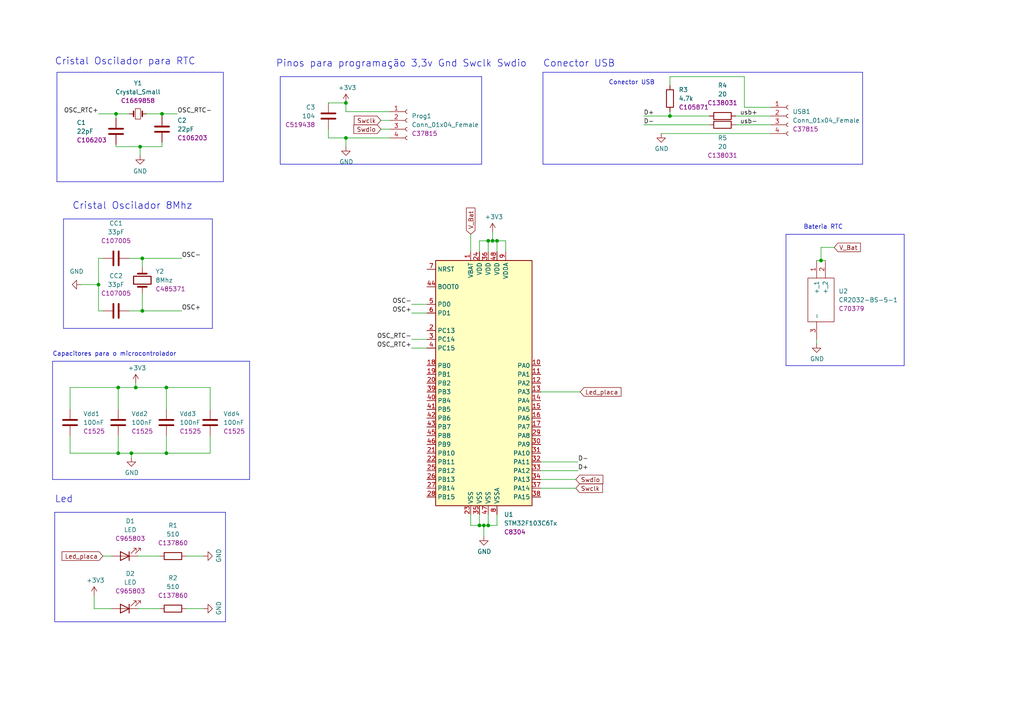
<source format=kicad_sch>
(kicad_sch (version 20230121) (generator eeschema)
  (paper "A4")
  (title_block (title "STM32 crystal ") (date "2023-11-09") (comment 1 "Kariston Franzin"))
  (lib_symbols
    (symbol "CR2032-BS-5-1:CR2032-BS-5-1" (pin_names (offset 0.762))
      (property "Reference" "U" (at 19.05 7.62 0))
      (property "Value" "CR2032-BS-5-1" (at 19.05 5.08 0))
      (symbol "CR2032-BS-5-1_0_0"
        (pin passive line (at 22.86 0 180) (length 5.08) (name "+_1") (number "1"))
        (pin passive line (at 22.86 -2.54 180) (length 5.08) (name "+_2") (number "2"))
        (pin passive line (at 0 0 0) (length 5.08) (name "-") (number "3"))
      )
      (symbol "CR2032-BS-5-1_0_1"
        (polyline (pts (xy 5.08 2.54) (xy 17.78 2.54) (xy 17.78 -5.08) (xy 5.08 -5.08) (xy 5.08 2.54)) (stroke (width 0.1524)))
      )
    )
    (symbol "Conn_01x04_Female_1" (pin_names (offset 1.016) hide)
      (property "Reference" "J" (at 0 5.08 0))
      (property "Value" "Conn_01x04_Female_1" (at 0 -7.62 0))
      (symbol "Conn_01x04_Female_1_1_1"
        (arc (start 0 -4.572) (mid -0.5058 -5.08) (end 0 -5.588) (stroke (width 0.1524)))
        (arc (start 0 -2.032) (mid -0.5058 -2.54) (end 0 -3.048) (stroke (width 0.1524)))
        (polyline (pts (xy -1.27 -5.08) (xy -0.508 -5.08)) (stroke (width 0.1524)))
        (polyline (pts (xy -1.27 -2.54) (xy -0.508 -2.54)) (stroke (width 0.1524)))
        (polyline (pts (xy -1.27 0) (xy -0.508 0)) (stroke (width 0.1524)))
        (polyline (pts (xy -1.27 2.54) (xy -0.508 2.54)) (stroke (width 0.1524)))
        (arc (start 0 0.508) (mid -0.5058 0) (end 0 -0.508) (stroke (width 0.1524)))
        (arc (start 0 3.048) (mid -0.5058 2.54) (end 0 2.032) (stroke (width 0.1524)))
        (pin passive line (at -5.08 2.54 0) (length 3.81) (name "Pin_1") (number "1"))
        (pin passive line (at -5.08 0 0) (length 3.81) (name "Pin_2") (number "2"))
        (pin passive line (at -5.08 -2.54 0) (length 3.81) (name "Pin_3") (number "3"))
        (pin passive line (at -5.08 -5.08 0) (length 3.81) (name "Pin_4") (number "4"))
      )
    )
    (symbol "Connector:Conn_01x04_Female" (pin_names (offset 1.016) hide)
      (property "Reference" "J" (at 0 5.08 0))
      (property "Value" "Conn_01x04_Female" (at 0 -7.62 0))
      (symbol "Conn_01x04_Female_1_1"
        (arc (start 0 -4.572) (mid -0.5058 -5.08) (end 0 -5.588) (stroke (width 0.1524)))
        (arc (start 0 -2.032) (mid -0.5058 -2.54) (end 0 -3.048) (stroke (width 0.1524)))
        (polyline (pts (xy -1.27 -5.08) (xy -0.508 -5.08)) (stroke (width 0.1524)))
        (polyline (pts (xy -1.27 -2.54) (xy -0.508 -2.54)) (stroke (width 0.1524)))
        (polyline (pts (xy -1.27 0) (xy -0.508 0)) (stroke (width 0.1524)))
        (polyline (pts (xy -1.27 2.54) (xy -0.508 2.54)) (stroke (width 0.1524)))
        (arc (start 0 0.508) (mid -0.5058 0) (end 0 -0.508) (stroke (width 0.1524)))
        (arc (start 0 3.048) (mid -0.5058 2.54) (end 0 2.032) (stroke (width 0.1524)))
        (pin passive line (at -5.08 2.54 0) (length 3.81) (name "Pin_1") (number "1"))
        (pin passive line (at -5.08 0 0) (length 3.81) (name "Pin_2") (number "2"))
        (pin passive line (at -5.08 -2.54 0) (length 3.81) (name "Pin_3") (number "3"))
        (pin passive line (at -5.08 -5.08 0) (length 3.81) (name "Pin_4") (number "4"))
      )
    )
    (symbol "Device:C" (pin_numbers hide) (pin_names (offset 0.254))
      (property "Reference" "C" (at 0.635 2.54 0))
      (property "Value" "C" (at 0.635 -2.54 0))
      (symbol "C_0_1"
        (polyline (pts (xy -2.032 -0.762) (xy 2.032 -0.762)) (stroke (width 0.508)))
        (polyline (pts (xy -2.032 0.762) (xy 2.032 0.762)) (stroke (width 0.508)))
      )
      (symbol "C_1_1"
        (pin passive line (at 0 3.81 270) (length 2.794) (name "~") (number "1"))
        (pin passive line (at 0 -3.81 90) (length 2.794) (name "~") (number "2"))
      )
    )
    (symbol "Device:Crystal" (pin_numbers hide) (pin_names (offset 1.016) hide)
      (property "Reference" "Y" (at 0 3.81 0))
      (property "Value" "Crystal" (at 0 -3.81 0))
      (symbol "Crystal_0_1"
        (rectangle (start -1.143 2.54) (end 1.143 -2.54) (stroke (width 0.3048)))
        (polyline (pts (xy -2.54 0) (xy -1.905 0)))
        (polyline (pts (xy -1.905 -1.27) (xy -1.905 1.27)) (stroke (width 0.508)))
        (polyline (pts (xy 1.905 -1.27) (xy 1.905 1.27)) (stroke (width 0.508)))
        (polyline (pts (xy 2.54 0) (xy 1.905 0)))
      )
      (symbol "Crystal_1_1"
        (pin passive line (at -3.81 0 0) (length 1.27) (name "1") (number "1"))
        (pin passive line (at 3.81 0 180) (length 1.27) (name "2") (number "2"))
      )
    )
    (symbol "Device:Crystal_Small" (pin_numbers hide) (pin_names (offset 1.016) hide)
      (property "Reference" "Y" (at 0 2.54 0))
      (property "Value" "Crystal_Small" (at 0 -2.54 0))
      (symbol "Crystal_Small_0_1"
        (rectangle (start -0.762 -1.524) (end 0.762 1.524))
        (polyline (pts (xy -1.27 -0.762) (xy -1.27 0.762)) (stroke (width 0.381)))
        (polyline (pts (xy 1.27 -0.762) (xy 1.27 0.762)) (stroke (width 0.381)))
      )
      (symbol "Crystal_Small_1_1"
        (pin passive line (at -2.54 0 0) (length 1.27) (name "1") (number "1"))
        (pin passive line (at 2.54 0 180) (length 1.27) (name "2") (number "2"))
      )
    )
    (symbol "Device:LED" (pin_numbers hide) (pin_names (offset 1.016) hide)
      (property "Reference" "D" (at 0 2.54 0))
      (property "Value" "LED" (at 0 -2.54 0))
      (symbol "LED_0_1"
        (polyline (pts (xy -1.27 -1.27) (xy -1.27 1.27)) (stroke (width 0.254)))
        (polyline (pts (xy -1.27 0) (xy 1.27 0)))
        (polyline (pts (xy 1.27 -1.27) (xy 1.27 1.27) (xy -1.27 0) (xy 1.27 -1.27)) (stroke (width 0.254)))
        (polyline (pts (xy -3.048 -0.762) (xy -4.572 -2.286) (xy -3.81 -2.286) (xy -4.572 -2.286) (xy -4.572 -1.524)))
        (polyline (pts (xy -1.778 -0.762) (xy -3.302 -2.286) (xy -2.54 -2.286) (xy -3.302 -2.286) (xy -3.302 -1.524)))
      )
      (symbol "LED_1_1"
        (pin passive line (at -3.81 0 0) (length 2.54) (name "K") (number "1"))
        (pin passive line (at 3.81 0 180) (length 2.54) (name "A") (number "2"))
      )
    )
    (symbol "Device:R" (pin_numbers hide) (pin_names (offset 0))
      (property "Reference" "R" (at 2.032 0 90))
      (property "Value" "R" (at 0 0 90))
      (symbol "R_0_1"
        (rectangle (start -1.016 -2.54) (end 1.016 2.54) (stroke (width 0.254)))
      )
      (symbol "R_1_1"
        (pin passive line (at 0 3.81 270) (length 1.27) (name "~") (number "1"))
        (pin passive line (at 0 -3.81 90) (length 1.27) (name "~") (number "2"))
      )
    )
    (symbol "MCU_ST_STM32F1:STM32F103C6Tx"
      (property "Reference" "U" (at -15.24 36.83 0))
      (property "Value" "STM32F103C6Tx" (at 7.62 36.83 0))
      (symbol "STM32F103C6Tx_0_1"
        (rectangle (start -15.24 -35.56) (end 12.7 35.56) (stroke (width 0.254)) (fill (type background)))
      )
      (symbol "STM32F103C6Tx_1_1"
        (pin power_in line (at -5.08 38.1 270) (length 2.54) (name "VBAT") (number "1"))
        (pin bidirectional line (at 15.24 5.08 180) (length 2.54) (name "PA0") (number "10"))
        (pin bidirectional line (at 15.24 2.54 180) (length 2.54) (name "PA1") (number "11"))
        (pin bidirectional line (at 15.24 0 180) (length 2.54) (name "PA2") (number "12"))
        (pin bidirectional line (at 15.24 -2.54 180) (length 2.54) (name "PA3") (number "13"))
        (pin bidirectional line (at 15.24 -5.08 180) (length 2.54) (name "PA4") (number "14"))
        (pin bidirectional line (at 15.24 -7.62 180) (length 2.54) (name "PA5") (number "15"))
        (pin bidirectional line (at 15.24 -10.16 180) (length 2.54) (name "PA6") (number "16"))
        (pin bidirectional line (at 15.24 -12.7 180) (length 2.54) (name "PA7") (number "17"))
        (pin bidirectional line (at -17.78 5.08 0) (length 2.54) (name "PB0") (number "18"))
        (pin bidirectional line (at -17.78 2.54 0) (length 2.54) (name "PB1") (number "19"))
        (pin bidirectional line (at -17.78 15.24 0) (length 2.54) (name "PC13") (number "2"))
        (pin bidirectional line (at -17.78 0 0) (length 2.54) (name "PB2") (number "20"))
        (pin bidirectional line (at -17.78 -20.32 0) (length 2.54) (name "PB10") (number "21"))
        (pin bidirectional line (at -17.78 -22.86 0) (length 2.54) (name "PB11") (number "22"))
        (pin power_in line (at -5.08 -38.1 90) (length 2.54) (name "VSS") (number "23"))
        (pin power_in line (at -2.54 38.1 270) (length 2.54) (name "VDD") (number "24"))
        (pin bidirectional line (at -17.78 -25.4 0) (length 2.54) (name "PB12") (number "25"))
        (pin bidirectional line (at -17.78 -27.94 0) (length 2.54) (name "PB13") (number "26"))
        (pin bidirectional line (at -17.78 -30.48 0) (length 2.54) (name "PB14") (number "27"))
        (pin bidirectional line (at -17.78 -33.02 0) (length 2.54) (name "PB15") (number "28"))
        (pin bidirectional line (at 15.24 -15.24 180) (length 2.54) (name "PA8") (number "29"))
        (pin bidirectional line (at -17.78 12.7 0) (length 2.54) (name "PC14") (number "3"))
        (pin bidirectional line (at 15.24 -17.78 180) (length 2.54) (name "PA9") (number "30"))
        (pin bidirectional line (at 15.24 -20.32 180) (length 2.54) (name "PA10") (number "31"))
        (pin bidirectional line (at 15.24 -22.86 180) (length 2.54) (name "PA11") (number "32"))
        (pin bidirectional line (at 15.24 -25.4 180) (length 2.54) (name "PA12") (number "33"))
        (pin bidirectional line (at 15.24 -27.94 180) (length 2.54) (name "PA13") (number "34"))
        (pin power_in line (at -2.54 -38.1 90) (length 2.54) (name "VSS") (number "35"))
        (pin power_in line (at 0 38.1 270) (length 2.54) (name "VDD") (number "36"))
        (pin bidirectional line (at 15.24 -30.48 180) (length 2.54) (name "PA14") (number "37"))
        (pin bidirectional line (at 15.24 -33.02 180) (length 2.54) (name "PA15") (number "38"))
        (pin bidirectional line (at -17.78 -2.54 0) (length 2.54) (name "PB3") (number "39"))
        (pin bidirectional line (at -17.78 10.16 0) (length 2.54) (name "PC15") (number "4"))
        (pin bidirectional line (at -17.78 -5.08 0) (length 2.54) (name "PB4") (number "40"))
        (pin bidirectional line (at -17.78 -7.62 0) (length 2.54) (name "PB5") (number "41"))
        (pin bidirectional line (at -17.78 -10.16 0) (length 2.54) (name "PB6") (number "42"))
        (pin bidirectional line (at -17.78 -12.7 0) (length 2.54) (name "PB7") (number "43"))
        (pin input line (at -17.78 27.94 0) (length 2.54) (name "BOOT0") (number "44"))
        (pin bidirectional line (at -17.78 -15.24 0) (length 2.54) (name "PB8") (number "45"))
        (pin bidirectional line (at -17.78 -17.78 0) (length 2.54) (name "PB9") (number "46"))
        (pin power_in line (at 0 -38.1 90) (length 2.54) (name "VSS") (number "47"))
        (pin power_in line (at 2.54 38.1 270) (length 2.54) (name "VDD") (number "48"))
        (pin input line (at -17.78 22.86 0) (length 2.54) (name "PD0") (number "5"))
        (pin input line (at -17.78 20.32 0) (length 2.54) (name "PD1") (number "6"))
        (pin input line (at -17.78 33.02 0) (length 2.54) (name "NRST") (number "7"))
        (pin power_in line (at 2.54 -38.1 90) (length 2.54) (name "VSSA") (number "8"))
        (pin power_in line (at 5.08 38.1 270) (length 2.54) (name "VDDA") (number "9"))
      )
    )
    (symbol "power:+3.3V" (power) (pin_names (offset 0))
      (property "Value" "+3.3V" (at 0 3.556 0))
      (symbol "+3.3V_0_1"
        (polyline (pts (xy -0.762 1.27) (xy 0 2.54)))
        (polyline (pts (xy 0 0) (xy 0 2.54)))
        (polyline (pts (xy 0 2.54) (xy 0.762 1.27)))
      )
      (symbol "+3.3V_1_1"
        (pin power_in line (at 0 0 90) (length 0) hide (name "+3V3") (number "1"))
      )
    )
    (symbol "power:GND" (power) (pin_names (offset 0))
      (property "Value" "GND" (at 0 -3.81 0))
      (symbol "GND_0_1"
        (polyline (pts (xy 0 0) (xy 0 -1.27) (xy 1.27 -1.27) (xy 0 -2.54) (xy -1.27 -1.27) (xy 0 -1.27)))
      )
      (symbol "GND_1_1"
        (pin power_in line (at 0 0 270) (length 0) hide (name "GND") (number "1"))
      )
    )
  )
  (junction (at 34.29 112.395))
  (junction (at 139.065 152.4))
  (junction (at 100.33 40.005))
  (junction (at 48.26 131.445))
  (junction (at 34.29 131.445))
  (junction (at 40.64 42.545))
  (junction (at 38.1 131.445))
  (junction (at 48.26 112.395))
  (junction (at 238.125 75.565))
  (junction (at 194.31 33.655))
  (junction (at 41.275 90.17))
  (junction (at 33.655 33.02))
  (junction (at 141.605 69.85))
  (junction (at 144.145 69.85))
  (junction (at 28.575 82.55))
  (junction (at 140.335 152.4))
  (junction (at 100.33 29.845))
  (junction (at 39.37 112.395))
  (junction (at 46.99 33.02))
  (junction (at 142.875 69.85))
  (junction (at 41.275 74.93))
  (junction (at 141.605 152.4))
  (wire (pts (xy 46.99 33.02) (xy 46.99 33.655)))
  (wire (pts (xy 34.29 112.395) (xy 34.29 118.745)))
  (wire (pts (xy 141.605 69.85) (xy 141.605 73.025)))
  (wire (pts (xy 29.845 74.93) (xy 28.575 74.93)))
  (wire (pts (xy 48.26 112.395) (xy 60.96 112.395)))
  (wire (pts (xy 140.335 152.4) (xy 140.335 155.575)))
  (wire (pts (xy 194.31 22.225) (xy 215.9 22.225)))
  (wire (pts (xy 215.9 22.225) (xy 215.9 31.115)))
  (polyline (pts (xy 15.24 104.775) (xy 15.24 139.065)))
  (polyline (pts (xy 15.24 104.775) (xy 72.39 104.775)))
  (wire (pts (xy 41.275 90.17) (xy 52.705 90.17)))
  (wire (pts (xy 167.64 133.985) (xy 156.845 133.985)))
  (wire (pts (xy 48.26 112.395) (xy 48.26 118.745)))
  (wire (pts (xy 136.525 152.4) (xy 139.065 152.4)))
  (wire (pts (xy 241.935 71.755) (xy 238.125 71.755)))
  (wire (pts (xy 215.9 31.115) (xy 223.52 31.115)))
  (wire (pts (xy 40.64 42.545) (xy 46.99 42.545)))
  (wire (pts (xy 139.065 149.225) (xy 139.065 152.4)))
  (wire (pts (xy 40.005 161.29) (xy 46.355 161.29)))
  (polyline (pts (xy 157.48 20.955) (xy 250.19 20.955)))
  (wire (pts (xy 236.855 98.425) (xy 236.855 99.695)))
  (wire (pts (xy 60.96 112.395) (xy 60.96 118.745)))
  (wire (pts (xy 20.32 131.445) (xy 34.29 131.445)))
  (wire (pts (xy 40.64 42.545) (xy 40.64 45.085)))
  (wire (pts (xy 41.275 85.09) (xy 41.275 90.17)))
  (wire (pts (xy 139.065 73.025) (xy 139.065 69.85)))
  (polyline (pts (xy 250.19 47.625) (xy 250.19 20.955)))
  (polyline (pts (xy 227.965 67.945) (xy 227.965 106.045)))
  (wire (pts (xy 100.33 32.385) (xy 113.03 32.385)))
  (wire (pts (xy 41.275 77.47) (xy 41.275 74.93)))
  (wire (pts (xy 142.875 69.85) (xy 144.145 69.85)))
  (wire (pts (xy 191.77 38.735) (xy 223.52 38.735)))
  (wire (pts (xy 27.305 176.53) (xy 32.385 176.53)))
  (wire (pts (xy 33.655 33.02) (xy 28.575 33.02)))
  (wire (pts (xy 34.29 131.445) (xy 38.1 131.445)))
  (wire (pts (xy 46.99 42.545) (xy 46.99 41.275)))
  (polyline (pts (xy 15.875 148.59) (xy 15.875 180.34)))
  (wire (pts (xy 139.065 69.85) (xy 141.605 69.85)))
  (polyline (pts (xy 18.415 63.5) (xy 18.415 95.25)))
  (wire (pts (xy 37.465 74.93) (xy 41.275 74.93)))
  (wire (pts (xy 33.655 34.29) (xy 33.655 33.02)))
  (wire (pts (xy 238.125 71.755) (xy 238.125 75.565)))
  (wire (pts (xy 141.605 69.85) (xy 142.875 69.85)))
  (wire (pts (xy 95.25 29.845) (xy 100.33 29.845)))
  (polyline (pts (xy 16.51 20.955) (xy 64.77 20.955)))
  (wire (pts (xy 27.305 172.72) (xy 27.305 176.53)))
  (wire (pts (xy 156.845 139.065) (xy 167.005 139.065)))
  (wire (pts (xy 20.32 118.745) (xy 20.32 112.395)))
  (polyline (pts (xy 81.28 22.225) (xy 139.7 22.225)))
  (wire (pts (xy 194.31 33.655) (xy 205.74 33.655)))
  (wire (pts (xy 20.32 126.365) (xy 20.32 131.445)))
  (polyline (pts (xy 15.24 139.065) (xy 72.39 139.065)))
  (wire (pts (xy 60.96 131.445) (xy 60.96 126.365)))
  (wire (pts (xy 119.38 90.805) (xy 123.825 90.805)))
  (wire (pts (xy 34.29 112.395) (xy 39.37 112.395)))
  (polyline (pts (xy 16.51 52.705) (xy 64.77 52.705)))
  (wire (pts (xy 167.64 136.525) (xy 156.845 136.525)))
  (polyline (pts (xy 15.875 148.59) (xy 65.405 148.59)))
  (wire (pts (xy 38.1 131.445) (xy 48.26 131.445)))
  (wire (pts (xy 37.465 90.17) (xy 41.275 90.17)))
  (wire (pts (xy 59.055 176.53) (xy 53.975 176.53)))
  (wire (pts (xy 100.33 32.385) (xy 100.33 29.845)))
  (wire (pts (xy 48.26 126.365) (xy 48.26 131.445)))
  (wire (pts (xy 141.605 149.225) (xy 141.605 152.4)))
  (wire (pts (xy 194.31 24.765) (xy 194.31 22.225)))
  (polyline (pts (xy 157.48 20.955) (xy 157.48 47.625)))
  (wire (pts (xy 33.655 33.02) (xy 37.465 33.02)))
  (wire (pts (xy 146.685 69.85) (xy 146.685 73.025)))
  (wire (pts (xy 59.055 161.29) (xy 53.975 161.29)))
  (polyline (pts (xy 61.595 95.25) (xy 61.595 63.5)))
  (wire (pts (xy 156.845 141.605) (xy 167.005 141.605)))
  (wire (pts (xy 144.145 152.4) (xy 144.145 149.225)))
  (wire (pts (xy 139.065 152.4) (xy 140.335 152.4)))
  (polyline (pts (xy 157.48 47.625) (xy 250.19 47.625)))
  (wire (pts (xy 144.145 69.85) (xy 144.145 73.025)))
  (polyline (pts (xy 139.7 47.625) (xy 139.7 22.225)))
  (wire (pts (xy 119.38 88.265) (xy 123.825 88.265)))
  (polyline (pts (xy 262.255 106.045) (xy 262.255 67.945)))
  (wire (pts (xy 48.26 131.445) (xy 60.96 131.445)))
  (wire (pts (xy 46.99 33.02) (xy 51.435 33.02)))
  (wire (pts (xy 29.845 161.29) (xy 32.385 161.29)))
  (wire (pts (xy 95.25 40.005) (xy 95.25 37.465)))
  (wire (pts (xy 39.37 111.125) (xy 39.37 112.395)))
  (wire (pts (xy 100.33 42.545) (xy 100.33 40.005)))
  (wire (pts (xy 213.36 36.195) (xy 223.52 36.195)))
  (polyline (pts (xy 18.415 63.5) (xy 61.595 63.5)))
  (wire (pts (xy 20.32 112.395) (xy 34.29 112.395)))
  (wire (pts (xy 238.125 75.565) (xy 236.855 75.565)))
  (wire (pts (xy 186.69 33.655) (xy 194.31 33.655)))
  (wire (pts (xy 38.1 131.445) (xy 38.1 132.715)))
  (wire (pts (xy 238.125 75.565) (xy 239.395 75.565)))
  (wire (pts (xy 141.605 152.4) (xy 144.145 152.4)))
  (wire (pts (xy 42.545 33.02) (xy 46.99 33.02)))
  (wire (pts (xy 39.37 112.395) (xy 48.26 112.395)))
  (wire (pts (xy 28.575 74.93) (xy 28.575 82.55)))
  (polyline (pts (xy 227.965 67.945) (xy 262.255 67.945)))
  (wire (pts (xy 168.275 113.665) (xy 156.845 113.665)))
  (polyline (pts (xy 64.77 52.705) (xy 64.77 20.955)))
  (wire (pts (xy 28.575 90.17) (xy 29.845 90.17)))
  (wire (pts (xy 119.38 98.425) (xy 123.825 98.425)))
  (wire (pts (xy 213.36 33.655) (xy 223.52 33.655)))
  (wire (pts (xy 140.335 152.4) (xy 141.605 152.4)))
  (wire (pts (xy 23.495 82.55) (xy 28.575 82.55)))
  (wire (pts (xy 100.33 40.005) (xy 113.03 40.005)))
  (wire (pts (xy 136.525 67.945) (xy 136.525 73.025)))
  (polyline (pts (xy 81.28 22.225) (xy 81.28 47.625)))
  (wire (pts (xy 186.69 36.195) (xy 205.74 36.195)))
  (polyline (pts (xy 18.415 95.25) (xy 61.595 95.25)))
  (polyline (pts (xy 65.405 180.34) (xy 65.405 148.59)))
  (wire (pts (xy 28.575 82.55) (xy 28.575 90.17)))
  (wire (pts (xy 33.655 41.91) (xy 33.655 42.545)))
  (wire (pts (xy 40.005 176.53) (xy 46.355 176.53)))
  (wire (pts (xy 34.29 126.365) (xy 34.29 131.445)))
  (polyline (pts (xy 15.875 180.34) (xy 65.405 180.34)))
  (wire (pts (xy 95.25 40.005) (xy 100.33 40.005)))
  (wire (pts (xy 194.31 32.385) (xy 194.31 33.655)))
  (wire (pts (xy 41.275 74.93) (xy 52.705 74.93)))
  (wire (pts (xy 136.525 149.225) (xy 136.525 152.4)))
  (polyline (pts (xy 227.965 106.045) (xy 262.255 106.045)))
  (polyline (pts (xy 16.51 20.955) (xy 16.51 52.705)))
  (polyline (pts (xy 81.28 47.625) (xy 139.7 47.625)))
  (wire (pts (xy 110.49 34.925) (xy 113.03 34.925)))
  (wire (pts (xy 110.49 37.465) (xy 113.03 37.465)))
  (wire (pts (xy 33.655 42.545) (xy 40.64 42.545)))
  (wire (pts (xy 144.145 69.85) (xy 146.685 69.85)))
  (polyline (pts (xy 72.39 139.065) (xy 72.39 104.775)))
  (wire (pts (xy 119.38 100.965) (xy 123.825 100.965)))
  (wire (pts (xy 142.875 67.31) (xy 142.875 69.85)))
  (text "Led" (at 15.875 146.05 0) (effects (font (size 2.0066 2.0066)) (justify left bottom)))
  (text "Pinos para programação 3,3v Gnd Swclk Swdio" (at 80.01 19.685 0) (effects (font (size 2.0066 2.0066)) (justify left bottom)))
  (text "Conector USB\n" (at 157.48 19.685 0) (effects (font (size 2 2)) (justify left bottom)))
  (text "Cristal Oscilador 8Mhz" (at 20.955 60.96 0) (effects (font (size 2.0066 2.0066)) (justify left bottom)))
  (text "Capacitores para o microcontrolador" (at 15.24 103.505 0) (effects (font (size 1.27 1.27)) (justify left bottom)))
  (text "Cristal Oscilador para RTC" (at 15.875 19.05 0) (effects (font (size 2 2)) (justify left bottom)))
  (text "Conector USB" (at 176.53 24.765 0) (effects (font (size 1.27 1.27)) (justify left bottom)))
  (text "Bateria RTC\n" (at 233.045 66.675 0) (effects (font (size 1.27 1.27)) (justify left bottom)))
  (label "OSC+" (at 52.705 90.17 0))
  (label "OSC_RTC-" (at 51.435 33.02 0))
  (label "usb+" (at 214.63 33.655 0))
  (label "OSC_RTC-" (at 119.38 98.425 180))
  (label "OSC_RTC+" (at 28.575 33.02 180))
  (label "OSC+" (at 119.38 90.805 180))
  (label "OSC_RTC+" (at 119.38 100.965 180))
  (label "D+" (at 186.69 33.655 0))
  (label "D+" (at 167.64 136.525 0))
  (label "OSC-" (at 119.38 88.265 180))
  (label "OSC-" (at 52.705 74.93 0))
  (label "D-" (at 167.64 133.985 0))
  (label "D-" (at 186.69 36.195 0))
  (label "usb-" (at 214.63 36.195 0))
  (global_label "Swclk" (shape input) (at 167.005 141.605 0) (property "Intersheetrefs" "${INTERSHEET_REFS}" (effects hide)))
  (global_label "Led_placa" (shape input) (at 29.845 161.29 180) (property "Intersheetrefs" "${INTERSHEET_REFS}" (effects hide)))
  (global_label "Swdio" (shape input) (at 167.005 139.065 0) (property "Intersheetrefs" "${INTERSHEET_REFS}" (effects hide)))
  (global_label "V_Bat" (shape input) (at 136.525 67.945 90) (property "Intersheetrefs" "${INTERSHEET_REFS}" (effects hide)) (property "Referências entre as folhas" "${INTERSHEET_REFS}" (effects hide)))
  (global_label "Swdio" (shape input) (at 110.49 37.465 180) (property "Intersheetrefs" "${INTERSHEET_REFS}" (effects hide)))
  (global_label "Led_placa" (shape input) (at 168.275 113.665 0) (property "Intersheetrefs" "${INTERSHEET_REFS}" (effects hide)))
  (global_label "V_Bat" (shape input) (at 241.935 71.755 0) (property "Intersheetrefs" "${INTERSHEET_REFS}" (effects hide)) (property "Referências entre as folhas" "${INTERSHEET_REFS}" (effects hide)))
  (global_label "Swclk" (shape input) (at 110.49 34.925 180) (property "Intersheetrefs" "${INTERSHEET_REFS}" (effects hide)))
  (symbol (lib_id "Device:R") (at 50.165 161.29 90) (unit 1)
    (property "Reference" "R1" (at 50.165 152.4 90))
    (property "Value" "510" (at 50.165 154.94 90))
    (property "Footprint" "Resistor_SMD:R_0402_1005Metric" (effects hide))
    (property "LCSC" "C137860" (at 50.165 157.48 90))
  )
  (symbol (lib_id "power:+3.3V") (at 27.305 172.72 0) (unit 1)
    (property "Reference" "#PWR05" (effects hide))
    (property "Value" "+3.3V" (at 27.686 168.3258 0))
  )
  (symbol (lib_id "Connector:Conn_01x04_Female") (at 118.11 34.925 0) (unit 1)
    (property "Reference" "Prog1" (at 119.38 33.6549 0) (effects (justify left)))
    (property "Value" "Conn_01x04_Female" (at 119.38 36.1949 0) (effects (justify left)))
    (property "Footprint" "Connector_JST:JST_XH_B4B-XH-A_1x04_P2.50mm_Vertical" (effects hide))
    (property "LCSC" "C37815" (at 119.38 38.7349 0) (effects (justify left)))
  )
  (symbol (lib_id "Device:R") (at 50.165 176.53 90) (unit 1)
    (property "Reference" "R2" (at 50.165 167.64 90))
    (property "Value" "510" (at 50.165 170.18 90))
    (property "Footprint" "Resistor_SMD:R_0402_1005Metric" (effects hide))
    (property "LCSC" "C137860" (at 50.165 172.72 90))
  )
  (symbol (lib_id "Device:C") (at 33.655 90.17 270) (unit 1)
    (property "Reference" "CC2" (at 33.655 80.01 90))
    (property "Value" "33pF" (at 33.655 82.55 90))
    (property "Footprint" "Capacitor_SMD:C_0402_1005Metric" (effects hide))
    (property "LCSC" "C107005" (at 33.655 85.09 90))
  )
  (symbol (lib_id "power:GND") (at 236.855 99.695 0) (unit 1)
    (property "Reference" "#PWR011" (effects hide))
    (property "Value" "GND" (at 236.982 104.0892 0))
  )
  (symbol (lib_id "Device:C") (at 20.32 122.555 0) (unit 1)
    (property "Reference" "Vdd1" (at 24.13 120.0149 0) (effects (justify left)))
    (property "Value" "100nF" (at 24.13 122.5549 0) (effects (justify left)))
    (property "Footprint" "Capacitor_SMD:C_0402_1005Metric" (effects hide))
    (property "LCSC" "C1525" (at 24.13 125.0949 0) (effects (justify left)))
  )
  (symbol (lib_id "power:GND") (at 100.33 42.545 0) (unit 1)
    (property "Reference" "#PWR09" (effects hide))
    (property "Value" "GND" (at 100.457 46.9392 0))
  )
  (symbol (lib_id "MCU_ST_STM32F1:STM32F103C6Tx") (at 141.605 111.125 0) (unit 1)
    (property "Reference" "U1" (at 146.1644 149.225 0) (effects (justify left)))
    (property "Value" "STM32F103C6Tx" (at 146.1644 151.765 0) (effects (justify left)))
    (property "Footprint" "Package_QFP:LQFP-48_7x7mm_P0.5mm" (effects hide))
    (property "Datasheet" "http://www.st.com/st-web-ui/static/active/en/resource/technical/document/datasheet/CD00210843.pdf" (effects hide))
    (property "LCSC" "C8304" (at 146.1644 154.305 0) (effects (justify left)))
  )
  (symbol (lib_id "Device:R") (at 194.31 28.575 180) (unit 1)
    (property "Reference" "R3" (at 196.85 26.0349 0) (effects (justify right)))
    (property "Value" "4.7k" (at 196.85 28.5749 0) (effects (justify right)))
    (property "Footprint" "Resistor_SMD:R_0402_1005Metric" (effects hide))
    (property "LCSC" "C105871" (at 196.85 31.1149 0) (effects (justify right)))
  )
  (symbol (lib_id "power:+3.3V") (at 142.875 67.31 0) (unit 1)
    (property "Reference" "#PWR013" (effects hide))
    (property "Value" "+3.3V" (at 143.256 62.9158 0))
  )
  (symbol (lib_id "power:GND") (at 59.055 161.29 90) (unit 1)
    (property "Reference" "#PWR06" (effects hide))
    (property "Value" "GND" (at 63.4492 161.163 0))
  )
  (symbol (lib_id "Device:C") (at 33.655 74.93 90) (unit 1)
    (property "Reference" "CC1" (at 33.655 64.77 90))
    (property "Value" "33pF" (at 33.655 67.31 90))
    (property "Footprint" "Capacitor_SMD:C_0402_1005Metric" (effects hide))
    (property "LCSC" "C107005" (at 33.655 69.85 90))
  )
  (symbol (lib_name "Conn_01x04_Female_1") (lib_id "Connector:Conn_01x04_Female") (at 228.6 33.655 0) (unit 1)
    (property "Reference" "USB1" (at 229.87 32.3849 0) (effects (justify left)))
    (property "Value" "Conn_01x04_Female" (at 229.87 34.9249 0) (effects (justify left)))
    (property "Footprint" "Connector_JST:JST_XH_B4B-XH-A_1x04_P2.50mm_Vertical" (effects hide))
    (property "LCSC" "C37815" (at 229.87 37.4649 0) (effects (justify left)))
  )
  (symbol (lib_id "Device:LED") (at 36.195 176.53 180) (unit 1)
    (property "Reference" "D2" (at 37.7825 166.37 0))
    (property "Value" "LED" (at 37.7825 168.91 0))
    (property "Footprint" "LED_SMD:LED_0603_1608Metric" (effects hide))
    (property "LCSC" "C965803" (at 37.7825 171.45 0))
  )
  (symbol (lib_id "power:GND") (at 40.64 45.085 0) (unit 1)
    (property "Reference" "#PWR01" (effects hide))
    (property "Value" "GND" (at 40.64 49.6475 0))
  )
  (symbol (lib_id "Device:C") (at 34.29 122.555 0) (unit 1)
    (property "Reference" "Vdd2" (at 38.1 120.0149 0) (effects (justify left)))
    (property "Value" "100nF" (at 38.1 122.5549 0) (effects (justify left)))
    (property "Footprint" "Capacitor_SMD:C_0402_1005Metric" (effects hide))
    (property "LCSC" "C1525" (at 38.1 125.0949 0) (effects (justify left)))
  )
  (symbol (lib_id "power:GND") (at 59.055 176.53 90) (unit 1)
    (property "Reference" "#PWR07" (effects hide))
    (property "Value" "GND" (at 63.4492 176.403 0))
  )
  (symbol (lib_id "Device:C") (at 60.96 122.555 0) (unit 1)
    (property "Reference" "Vdd4" (at 64.77 120.0149 0) (effects (justify left)))
    (property "Value" "100nF" (at 64.77 122.5549 0) (effects (justify left)))
    (property "Footprint" "Capacitor_SMD:C_0402_1005Metric" (effects hide))
    (property "LCSC" "C1525" (at 64.77 125.0949 0) (effects (justify left)))
  )
  (symbol (lib_id "power:GND") (at 140.335 155.575 0) (unit 1)
    (property "Reference" "#PWR012" (effects hide))
    (property "Value" "GND" (at 140.462 159.9692 0))
  )
  (symbol (lib_id "Device:Crystal") (at 41.275 81.28 90) (unit 1)
    (property "Reference" "Y2" (at 45.085 78.7399 90) (effects (justify right)))
    (property "Value" "8Mhz" (at 45.085 81.2799 90) (effects (justify right)))
    (property "Footprint" "Crystal:Crystal_SMD_5032-2Pin_5.0x3.2mm" (effects hide))
    (property "LCSC" "C485371" (at 45.085 83.8199 90) (effects (justify right)))
  )
  (symbol (lib_id "Device:C") (at 48.26 122.555 0) (unit 1)
    (property "Reference" "Vdd3" (at 52.07 120.0149 0) (effects (justify left)))
    (property "Value" "100nF" (at 52.07 122.5549 0) (effects (justify left)))
    (property "Footprint" "Capacitor_SMD:C_0402_1005Metric" (effects hide))
    (property "LCSC" "C1525" (at 52.07 125.0949 0) (effects (justify left)))
  )
  (symbol (lib_id "Device:Crystal_Small") (at 40.005 33.02 0) (unit 1)
    (property "Reference" "Y1" (at 40.005 24.13 0))
    (property "Value" "Crystal_Small" (at 40.005 26.67 0))
    (property "Footprint" "Crystal:Crystal_SMD_3215-2Pin_3.2x1.5mm" (effects hide))
    (property "LCSC" "C1669858" (at 40.005 29.21 0))
  )
  (symbol (lib_id "Device:R") (at 209.55 36.195 90) (unit 1)
    (property "Reference" "R5" (at 209.55 40.005 90))
    (property "Value" "20" (at 209.55 42.545 90))
    (property "Footprint" "Resistor_SMD:R_0402_1005Metric" (effects hide))
    (property "LCSC" "C138031" (at 209.55 45.085 90))
  )
  (symbol (lib_id "Device:LED") (at 36.195 161.29 180) (unit 1)
    (property "Reference" "D1" (at 37.7825 151.13 0))
    (property "Value" "LED" (at 37.7825 153.67 0))
    (property "Footprint" "LED_SMD:LED_0603_1608Metric" (effects hide))
    (property "LCSC" "C965803" (at 37.7825 156.21 0))
  )
  (symbol (lib_id "Device:C") (at 46.99 37.465 0) (unit 1)
    (property "Reference" "C2" (at 51.435 34.925 0) (effects (justify left)))
    (property "Value" "22pF" (at 51.435 37.465 0) (effects (justify left)))
    (property "Footprint" "Capacitor_SMD:C_0402_1005Metric" (effects hide))
    (property "LCSC" "C106203" (at 51.435 40.005 0) (effects (justify left)))
  )
  (symbol (lib_id "Device:C") (at 33.655 38.1 0) (unit 1)
    (property "Reference" "C1" (at 22.225 35.56 0) (effects (justify left)))
    (property "Value" "22pF" (at 22.225 38.1 0) (effects (justify left)))
    (property "Footprint" "Capacitor_SMD:C_0402_1005Metric" (effects hide))
    (property "LCSC" "C106203" (at 22.225 40.64 0) (effects (justify left)))
  )
  (symbol (lib_id "Device:C") (at 95.25 33.655 0) (unit 1)
    (property "Reference" "C3" (at 91.44 31.1149 0) (effects (justify right)))
    (property "Value" "104" (at 91.44 33.6549 0) (effects (justify right)))
    (property "Footprint" "Capacitor_SMD:C_0603_1608Metric" (effects hide))
    (property "LCSC" "C519438" (at 91.44 36.1949 0) (effects (justify right)))
  )
  (symbol (lib_id "power:GND") (at 38.1 132.715 0) (unit 1)
    (property "Reference" "#PWR03" (effects hide))
    (property "Value" "GND" (at 38.227 137.1092 0))
  )
  (symbol (lib_id "CR2032-BS-5-1:CR2032-BS-5-1") (at 236.855 98.425 90) (unit 1)
    (property "Reference" "U2" (at 243.205 84.4549 90) (effects (justify right)))
    (property "Value" "CR2032-BS-5-1" (at 243.205 86.9949 90) (effects (justify right)))
    (property "Footprint" "KiCad:CR2032BS51" (effects hide))
    (property "Datasheet" "https://datasheet.lcsc.com/szlcsc/Q-J-CR2032-BS-5-1_C70379.pdf" (effects hide))
    (property "Description" "Battery Holders, Clips & Contacts DIP RoHS" (effects hide))
    (property "Height" "18.3" (effects hide))
    (property "Manufacturer_Name" "Q&J" (effects hide))
    (property "Manufacturer_Part_Number" "CR2032-BS-5-1" (effects hide))
    (property "LCSC" "C70379" (at 243.205 89.5349 90) (effects (justify right)))
  )
  (symbol (lib_id "power:GND") (at 23.495 82.55 270) (unit 1)
    (property "Reference" "#PWR02" (effects hide))
    (property "Value" "GND" (at 22.225 78.74 90))
  )
  (symbol (lib_id "power:+3.3V") (at 100.33 29.845 0) (unit 1)
    (property "Reference" "#PWR08" (effects hide))
    (property "Value" "+3.3V" (at 100.711 25.4508 0))
  )
  (symbol (lib_id "power:GND") (at 191.77 38.735 0) (unit 1)
    (property "Reference" "#PWR010" (effects hide))
    (property "Value" "GND" (at 191.897 43.1292 0))
  )
  (symbol (lib_id "power:+3.3V") (at 39.37 111.125 0) (unit 1)
    (property "Reference" "#PWR04" (effects hide))
    (property "Value" "+3.3V" (at 39.751 106.7308 0))
  )
  (symbol (lib_id "Device:R") (at 209.55 33.655 90) (unit 1)
    (property "Reference" "R4" (at 209.55 24.765 90))
    (property "Value" "20" (at 209.55 27.305 90))
    (property "Footprint" "Resistor_SMD:R_0402_1005Metric" (effects hide))
    (property "LCSC" "C138031" (at 209.55 29.845 90))
  )
)
</source>
